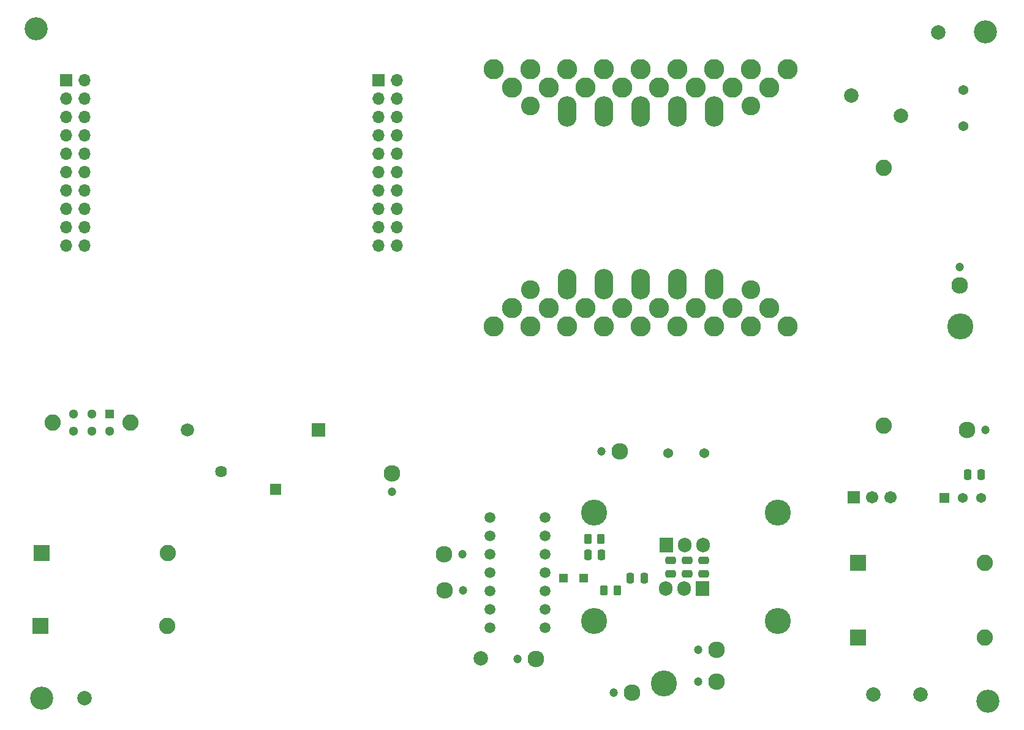
<source format=gbs>
%TF.GenerationSoftware,KiCad,Pcbnew,8.0.5*%
%TF.CreationDate,2024-10-11T09:15:34-05:00*%
%TF.ProjectId,Lab2_starter,4c616232-5f73-4746-9172-7465722e6b69,1*%
%TF.SameCoordinates,Original*%
%TF.FileFunction,Soldermask,Bot*%
%TF.FilePolarity,Negative*%
%FSLAX46Y46*%
G04 Gerber Fmt 4.6, Leading zero omitted, Abs format (unit mm)*
G04 Created by KiCad (PCBNEW 8.0.5) date 2024-10-11 09:15:34*
%MOMM*%
%LPD*%
G01*
G04 APERTURE LIST*
G04 Aperture macros list*
%AMRoundRect*
0 Rectangle with rounded corners*
0 $1 Rounding radius*
0 $2 $3 $4 $5 $6 $7 $8 $9 X,Y pos of 4 corners*
0 Add a 4 corners polygon primitive as box body*
4,1,4,$2,$3,$4,$5,$6,$7,$8,$9,$2,$3,0*
0 Add four circle primitives for the rounded corners*
1,1,$1+$1,$2,$3*
1,1,$1+$1,$4,$5*
1,1,$1+$1,$6,$7*
1,1,$1+$1,$8,$9*
0 Add four rect primitives between the rounded corners*
20,1,$1+$1,$2,$3,$4,$5,0*
20,1,$1+$1,$4,$5,$6,$7,0*
20,1,$1+$1,$6,$7,$8,$9,0*
20,1,$1+$1,$8,$9,$2,$3,0*%
G04 Aperture macros list end*
%ADD10C,2.000000*%
%ADD11C,2.300000*%
%ADD12C,1.200000*%
%ADD13C,3.600000*%
%ADD14C,2.800000*%
%ADD15C,2.600000*%
%ADD16O,2.600000X4.200000*%
%ADD17R,1.625600X1.625600*%
%ADD18C,1.625600*%
%ADD19C,3.200000*%
%ADD20C,2.250000*%
%ADD21R,1.828800X1.828800*%
%ADD22C,1.828800*%
%ADD23R,1.905000X2.000000*%
%ADD24O,1.905000X2.000000*%
%ADD25R,2.250000X2.250000*%
%ADD26RoundRect,0.102000X-0.754000X-0.754000X0.754000X-0.754000X0.754000X0.754000X-0.754000X0.754000X0*%
%ADD27C,1.712000*%
%ADD28R,1.700000X1.700000*%
%ADD29O,1.700000X1.700000*%
%ADD30C,1.371600*%
%ADD31R,1.371600X1.371600*%
%ADD32R,1.300000X1.300000*%
%ADD33C,1.300000*%
%ADD34RoundRect,0.250000X0.475000X-0.250000X0.475000X0.250000X-0.475000X0.250000X-0.475000X-0.250000X0*%
%ADD35C,1.507998*%
%ADD36RoundRect,0.250000X-0.262500X-0.450000X0.262500X-0.450000X0.262500X0.450000X-0.262500X0.450000X0*%
%ADD37R,1.200000X1.200000*%
%ADD38RoundRect,0.250000X-0.250000X-0.475000X0.250000X-0.475000X0.250000X0.475000X-0.250000X0.475000X0*%
%ADD39RoundRect,0.250000X0.250000X0.475000X-0.250000X0.475000X-0.250000X-0.475000X0.250000X-0.475000X0*%
G04 APERTURE END LIST*
D10*
%TO.C,TP7*%
X29000000Y-134800000D03*
%TD*%
D11*
%TO.C,J15*%
X71500000Y-103730000D03*
D12*
X71500000Y-106270000D03*
%TD*%
D13*
%TO.C,J5*%
X109100000Y-132800000D03*
%TD*%
D14*
%TO.C,L1*%
X85540000Y-47858000D03*
X88080000Y-50398000D03*
X90620000Y-47858000D03*
D15*
X90620000Y-52938000D03*
D14*
X93160000Y-50398000D03*
X95700000Y-47858000D03*
D16*
X95700000Y-53700000D03*
D14*
X98240000Y-50398000D03*
X100780000Y-47858000D03*
D16*
X100780000Y-53700000D03*
D14*
X103320000Y-50398000D03*
X105860000Y-47858000D03*
D16*
X105860000Y-53700000D03*
D14*
X108400000Y-50398000D03*
X110940000Y-47858000D03*
D16*
X110940000Y-53700000D03*
D14*
X113480000Y-50398000D03*
X116020000Y-47858000D03*
D16*
X116020000Y-53700000D03*
D14*
X118560000Y-50398000D03*
X121100000Y-47858000D03*
D15*
X121100000Y-52938000D03*
D14*
X123640000Y-50398000D03*
X126180000Y-47858000D03*
X85540000Y-83418000D03*
X88080000Y-80878000D03*
D15*
X90620000Y-78338000D03*
D14*
X90620000Y-83418000D03*
X93160000Y-80878000D03*
D16*
X95700000Y-77576000D03*
D14*
X95700000Y-83418000D03*
X98240000Y-80878000D03*
D16*
X100780000Y-77576000D03*
D14*
X100780000Y-83418000D03*
X103320000Y-80878000D03*
D16*
X105860000Y-77576000D03*
D14*
X105860000Y-83418000D03*
X108400000Y-80878000D03*
D16*
X110940000Y-77576000D03*
D14*
X110940000Y-83418000D03*
X113480000Y-80878000D03*
D16*
X116020000Y-77576000D03*
D14*
X116020000Y-83418000D03*
X118560000Y-80878000D03*
D15*
X121100000Y-78338000D03*
D14*
X121100000Y-83418000D03*
X123640000Y-80878000D03*
X126180000Y-83418000D03*
%TD*%
D11*
%TO.C,J8*%
X104700000Y-134000000D03*
D12*
X102160000Y-134000000D03*
%TD*%
D17*
%TO.C,RV1*%
X55388000Y-105950000D03*
D18*
X47888000Y-103450000D03*
%TD*%
D10*
%TO.C,TP5*%
X141900000Y-54300000D03*
%TD*%
D19*
%TO.C,H2*%
X153900000Y-135200000D03*
%TD*%
D20*
%TO.C,F1*%
X139500000Y-61500000D03*
X139500000Y-97100000D03*
%TD*%
D11*
%TO.C,J7*%
X78830000Y-119900000D03*
D12*
X81370000Y-119900000D03*
%TD*%
D11*
%TO.C,J13*%
X116400000Y-128100000D03*
D12*
X113860000Y-128100000D03*
%TD*%
D21*
%TO.C,D1*%
X61331200Y-97700000D03*
D22*
X43271800Y-97700000D03*
%TD*%
D23*
%TO.C,Q1*%
X109483250Y-113650000D03*
D24*
X112023250Y-113650000D03*
X114563250Y-113650000D03*
%TD*%
D25*
%TO.C,J3*%
X23050000Y-114700000D03*
D20*
X40550000Y-114700000D03*
%TD*%
D25*
%TO.C,J4*%
X22950000Y-124800000D03*
D20*
X40450000Y-124800000D03*
%TD*%
D25*
%TO.C,J1*%
X135950000Y-116100000D03*
D20*
X153450000Y-116100000D03*
%TD*%
D11*
%TO.C,J11*%
X78730000Y-114900000D03*
D12*
X81270000Y-114900000D03*
%TD*%
D23*
%TO.C,Q2*%
X114483250Y-119650000D03*
D24*
X111943250Y-119650000D03*
X109403250Y-119650000D03*
%TD*%
D19*
%TO.C,H4*%
X153600000Y-42700000D03*
%TD*%
D10*
%TO.C,TP2*%
X138100000Y-134300000D03*
%TD*%
D13*
%TO.C,J6*%
X150100000Y-83400000D03*
%TD*%
D19*
%TO.C,H1*%
X22300000Y-42300000D03*
%TD*%
D11*
%TO.C,J16*%
X150000000Y-77770000D03*
D12*
X150000000Y-75230000D03*
%TD*%
D11*
%TO.C,J14*%
X151030000Y-97700000D03*
D12*
X153570000Y-97700000D03*
%TD*%
D11*
%TO.C,J10*%
X116370000Y-132500000D03*
D12*
X113830000Y-132500000D03*
%TD*%
D19*
%TO.C,H3*%
X23100000Y-134800000D03*
%TD*%
D26*
%TO.C,PS1*%
X135360000Y-107050000D03*
D27*
X137900000Y-107050000D03*
X140440000Y-107050000D03*
%TD*%
D10*
%TO.C,TP13*%
X147000000Y-42800000D03*
%TD*%
%TO.C,TP3*%
X83800000Y-129300000D03*
%TD*%
D11*
%TO.C,J12*%
X91440000Y-129400000D03*
D12*
X88900000Y-129400000D03*
%TD*%
D11*
%TO.C,J9*%
X103000000Y-100700000D03*
D12*
X100460000Y-100700000D03*
%TD*%
D28*
%TO.C,U3*%
X26440000Y-49370000D03*
D29*
X26440000Y-51910000D03*
X26440000Y-54450000D03*
X26440000Y-56990000D03*
X26440000Y-59530000D03*
X26440000Y-62070000D03*
X26440000Y-64610000D03*
X26440000Y-67150000D03*
X26440000Y-69690000D03*
X26440000Y-72230000D03*
X72160000Y-72230000D03*
X72160000Y-69690000D03*
X72160000Y-67150000D03*
X72160000Y-64610000D03*
X72160000Y-62070000D03*
X72160000Y-59530000D03*
X72160000Y-56990000D03*
X72160000Y-54450000D03*
X72160000Y-51910000D03*
X72160000Y-49370000D03*
X28980000Y-49370000D03*
X28980000Y-51910000D03*
X28980000Y-54450000D03*
X28980000Y-56990000D03*
X28980000Y-59530000D03*
X28980000Y-62070000D03*
X28980000Y-64610000D03*
X28980000Y-67150000D03*
X28980000Y-69690000D03*
X28980000Y-72230000D03*
X69620000Y-72230000D03*
X69620000Y-69690000D03*
X69620000Y-67150000D03*
X69620000Y-64610000D03*
X69620000Y-62070000D03*
X69620000Y-59530000D03*
X69620000Y-56990000D03*
X69620000Y-54450000D03*
X69620000Y-51910000D03*
D28*
X69620000Y-49370000D03*
%TD*%
D30*
%TO.C,C16*%
X109700000Y-100900000D03*
X114700000Y-100900000D03*
%TD*%
D13*
%TO.C,HS1*%
X99483250Y-109150000D03*
X124819750Y-109146434D03*
%TD*%
%TO.C,HS2*%
X99483250Y-124150000D03*
X124819750Y-124146434D03*
%TD*%
D31*
%TO.C,PS2*%
X147860000Y-107149932D03*
D30*
X150400000Y-107149932D03*
X152940000Y-107149932D03*
%TD*%
D10*
%TO.C,TP1*%
X135000000Y-51500000D03*
%TD*%
%TO.C,TP11*%
X144600000Y-134300000D03*
%TD*%
D25*
%TO.C,J2*%
X135950000Y-126400000D03*
D20*
X153450000Y-126400000D03*
%TD*%
%TO.C,SW1*%
X35350000Y-96700000D03*
X24650000Y-96700000D03*
D32*
X32500000Y-95500000D03*
D33*
X30000000Y-95500000D03*
X27500000Y-95500000D03*
X27500000Y-97900000D03*
X30000000Y-97900000D03*
X32500000Y-97900000D03*
%TD*%
D30*
%TO.C,C6*%
X150500000Y-55700000D03*
X150500000Y-50700000D03*
%TD*%
D34*
%TO.C,C9*%
X114600000Y-117650000D03*
X114600000Y-115750000D03*
%TD*%
D35*
%TO.C,U1*%
X92653250Y-109800000D03*
X92653250Y-112340000D03*
X92653250Y-114880000D03*
X92653250Y-117420000D03*
X92653250Y-119960000D03*
X92653250Y-122500000D03*
X92653250Y-125040000D03*
X85033250Y-109800000D03*
X85033250Y-112340000D03*
X85033250Y-114880000D03*
X85033250Y-117420000D03*
X85033250Y-119960000D03*
X85033250Y-122500000D03*
X85033250Y-125040000D03*
%TD*%
D36*
%TO.C,R4*%
X98570750Y-112800000D03*
X100395750Y-112800000D03*
%TD*%
D37*
%TO.C,D2*%
X98033250Y-118200000D03*
X95233250Y-118200000D03*
%TD*%
D38*
%TO.C,C4*%
X98583250Y-115000000D03*
X100483250Y-115000000D03*
%TD*%
%TO.C,C3*%
X104483250Y-118200000D03*
X106383250Y-118200000D03*
%TD*%
D39*
%TO.C,C17*%
X153000000Y-103900000D03*
X151100000Y-103900000D03*
%TD*%
D34*
%TO.C,C12*%
X112300000Y-117650000D03*
X112300000Y-115750000D03*
%TD*%
D36*
%TO.C,R3*%
X100833250Y-119900000D03*
X102658250Y-119900000D03*
%TD*%
D34*
%TO.C,C15*%
X110000000Y-117650000D03*
X110000000Y-115750000D03*
%TD*%
M02*

</source>
